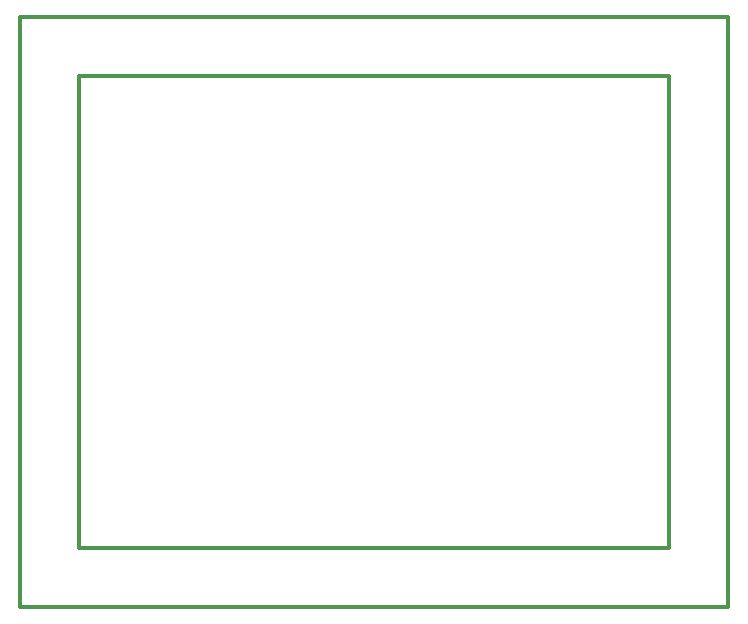
<source format=gko>
G04*
G04 #@! TF.GenerationSoftware,Altium Limited,Altium Designer,18.0.12 (696)*
G04*
G04 Layer_Color=16711935*
%FSLAX25Y25*%
%MOIN*%
G70*
G01*
G75*
%ADD11C,0.01181*%
D11*
X236221Y364173D02*
X472441D01*
Y167323D02*
Y364173D01*
X236221Y167323D02*
X472441D01*
X236221D02*
Y364173D01*
X255906Y344488D02*
X452756D01*
Y187008D02*
Y344488D01*
X255906Y187008D02*
X452756D01*
X255906D02*
Y344488D01*
M02*

</source>
